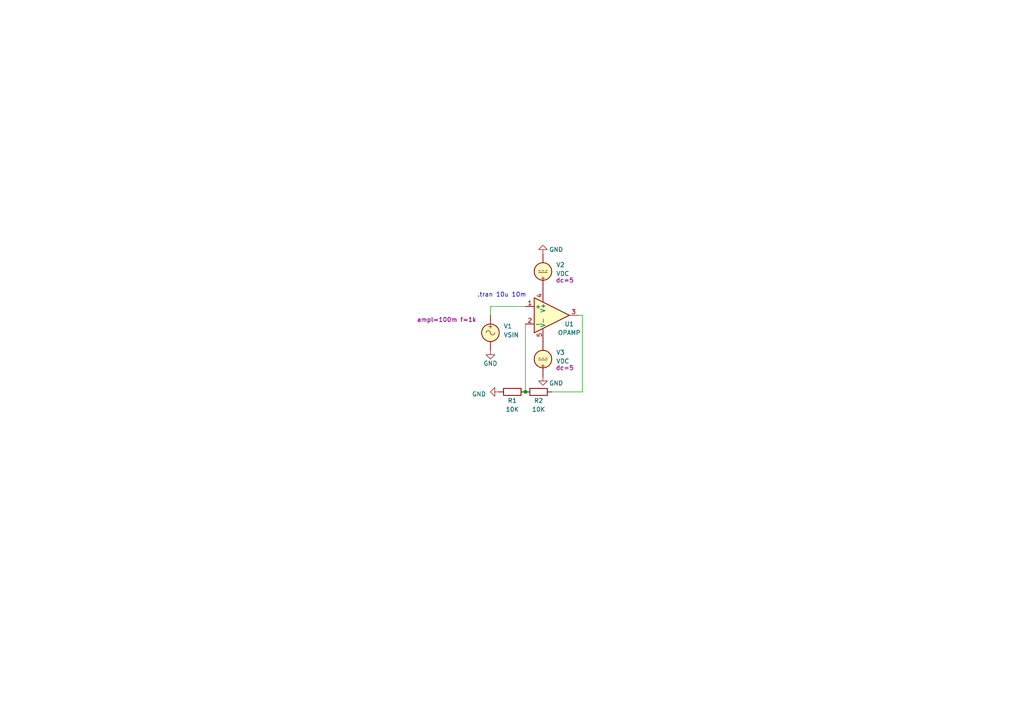
<source format=kicad_sch>
(kicad_sch (version 20220331) (generator eeschema)
  (paper "A4")
  (lib_symbols
    (symbol "Device:R" (pin_numbers hide) (pin_names (offset 0))
      (property "Reference" "R" (at 2.032 0 90))
      (property "Value" "R" (at 0 0 90))
      (symbol "R_0_1"
        (rectangle (start -1.016 -2.54) (end 1.016 2.54) (stroke (width 0.254)))
      )
      (symbol "R_1_1"
        (pin passive line (at 0 3.81 270) (length 1.27) (name "~") (number "1"))
        (pin passive line (at 0 -3.81 90) (length 1.27) (name "~") (number "2"))
      )
    )
    (symbol "Simulation_SPICE:OPAMP" (pin_names (offset 0.254))
      (property "Reference" "U" (at 3.81 3.175 0))
      (property "Value" "OPAMP" (at 3.81 -3.175 0))
      (symbol "OPAMP_0_1"
        (polyline (pts (xy 5.08 0) (xy -5.08 5.08) (xy -5.08 -5.08) (xy 5.08 0)) (stroke (width 0.254)) (fill (type background)))
      )
      (symbol "OPAMP_1_1"
        (pin input line (at -7.62 2.54 0) (length 2.54) (name "+") (number "1"))
        (pin input line (at -7.62 -2.54 0) (length 2.54) (name "-") (number "2"))
        (pin output line (at 7.62 0 180) (length 2.54) (name "~") (number "3"))
        (pin power_in line (at -2.54 7.62 270) (length 3.81) (name "V+") (number "4"))
        (pin power_in line (at -2.54 -7.62 90) (length 3.81) (name "V-") (number "5"))
      )
    )
    (symbol "Simulation_SPICE:VDC" (pin_numbers hide) (pin_names (offset 0.0254))
      (property "Reference" "V" (at 2.54 2.54 0))
      (property "Value" "VDC" (at 2.54 0 0))
      (property "Spice_Model" "dc(1)" (at 2.54 -2.54 0))
      (symbol "VDC_0_0"
        (polyline (pts (xy -1.27 0.254) (xy 1.27 0.254)))
        (polyline (pts (xy -0.762 -0.254) (xy -1.27 -0.254)))
        (polyline (pts (xy 0.254 -0.254) (xy -0.254 -0.254)))
        (polyline (pts (xy 1.27 -0.254) (xy 0.762 -0.254)))
        (text "+" (at 0 1.905 0) (effects (font (size 1.27 1.27))))
      )
      (symbol "VDC_0_1"
        (circle (center 0 0) (radius 2.54) (stroke (width 0.254)) (fill (type background)))
      )
      (symbol "VDC_1_1"
        (pin passive line (at 0 5.08 270) (length 2.54) (name "~") (number "1"))
        (pin passive line (at 0 -5.08 90) (length 2.54) (name "~") (number "2"))
      )
    )
    (symbol "Simulation_SPICE:VSIN" (pin_numbers hide) (pin_names (offset 0.0254))
      (property "Reference" "V" (at 2.54 2.54 0))
      (property "Value" "VSIN" (at 2.54 0 0))
      (property "Spice_Model" "sin(0 1 1k)" (at 2.54 -2.54 0))
      (symbol "VSIN_0_0"
        (arc (start 0 0) (mid -0.635 0.635) (end -1.27 0))
        (arc (start 0 0) (mid 0.635 -0.635) (end 1.27 0))
        (text "+" (at 0 1.905 0) (effects (font (size 1.27 1.27))))
      )
      (symbol "VSIN_0_1"
        (circle (center 0 0) (radius 2.54) (stroke (width 0.254)) (fill (type background)))
      )
      (symbol "VSIN_1_1"
        (pin passive line (at 0 5.08 270) (length 2.54) (name "~") (number "1"))
        (pin passive line (at 0 -5.08 90) (length 2.54) (name "~") (number "2"))
      )
    )
    (symbol "power:GND" (power) (pin_names (offset 0))
      (property "Value" "GND" (at 0 -3.81 0))
      (symbol "GND_0_1"
        (polyline (pts (xy 0 0) (xy 0 -1.27) (xy 1.27 -1.27) (xy 0 -2.54) (xy -1.27 -1.27) (xy 0 -1.27)))
      )
      (symbol "GND_1_1"
        (pin power_in line (at 0 0 270) (length 0) hide (name "GND") (number "1"))
      )
    )
  )
  (junction (at 152.4 113.665))
  (wire (pts (xy 142.24 88.9) (xy 152.4 88.9)))
  (wire (pts (xy 168.91 91.44) (xy 168.91 113.665)))
  (wire (pts (xy 152.4 93.98) (xy 152.4 113.665)))
  (wire (pts (xy 168.91 113.665) (xy 160.02 113.665)))
  (wire (pts (xy 142.24 91.44) (xy 142.24 88.9)))
  (wire (pts (xy 167.64 91.44) (xy 168.91 91.44)))
  (text ".tran 10u 10m" (at 138.43 86.36 0) (effects (font (size 1.27 1.27)) (justify left bottom)))
  (symbol (lib_id "power:GND") (at 157.48 109.22 0) (unit 1)
    (property "Reference" "#PWR04" (effects hide))
    (property "Value" "GND" (at 161.29 111.125 0))
  )
  (symbol (lib_id "Simulation_SPICE:VSIN") (at 142.24 96.52 0) (unit 1)
    (property "Reference" "V1" (at 146.05 94.615 0) (effects (justify left)))
    (property "Value" "VSIN" (at 146.05 97.155 0) (effects (justify left)))
    (property "Model_Device" "V" (effects hide))
    (property "Model_Type" "SIN" (effects hide))
    (property "Model_Pins" "1 2" (effects hide))
    (property "Model_Params" "ampl=100m f=1k" (at 129.54 92.71 0))
  )
  (symbol (lib_id "Device:R") (at 156.21 113.665 90) (unit 1)
    (property "Reference" "R2" (at 156.21 116.205 90))
    (property "Value" "10K" (at 156.21 118.745 90))
  )
  (symbol (lib_id "Simulation_SPICE:VDC") (at 157.48 78.74 180) (unit 1)
    (property "Reference" "V2" (at 161.29 76.835 0) (effects (justify right)))
    (property "Value" "VDC" (at 161.29 79.375 0) (effects (justify right)))
    (property "Model_Device" "V" (effects hide))
    (property "Model_Type" "DC" (effects hide))
    (property "Model_Pins" "1 2" (effects hide))
    (property "Model_Params" "dc=5" (at 163.83 81.28 0))
  )
  (symbol (lib_id "Simulation_SPICE:OPAMP") (at 160.02 91.44 0) (unit 1)
    (property "Reference" "U1" (at 165.1 93.98 0))
    (property "Value" "OPAMP" (at 165.1 96.52 0))
    (property "Model_Name" "uopamp_lvl2" (effects hide))
    (property "Model_Library" "opamp.lib" (effects hide))
    (property "Model_Device" "SUBCKT" (effects hide))
    (property "Model_Pins" "1 2 4 5 3" (effects hide))
  )
  (symbol (lib_id "power:GND") (at 144.78 113.665 270) (unit 1)
    (property "Reference" "#PWR02" (effects hide))
    (property "Value" "GND" (at 140.97 114.3 90) (effects (justify right)))
  )
  (symbol (lib_id "power:GND") (at 157.48 73.66 180) (unit 1)
    (property "Reference" "#PWR03" (effects hide))
    (property "Value" "GND" (at 161.29 72.39 0))
  )
  (symbol (lib_id "power:GND") (at 142.24 101.6 0) (unit 1)
    (property "Reference" "#PWR01" (effects hide))
    (property "Value" "GND" (at 142.24 105.41 0))
  )
  (symbol (lib_id "Simulation_SPICE:VDC") (at 157.48 104.14 180) (unit 1)
    (property "Reference" "V3" (at 161.29 102.235 0) (effects (justify right)))
    (property "Value" "VDC" (at 161.29 104.775 0) (effects (justify right)))
    (property "Model_Device" "V" (effects hide))
    (property "Model_Type" "DC" (effects hide))
    (property "Model_Pins" "1 2" (effects hide))
    (property "Model_Params" "dc=5" (at 163.83 106.68 0))
  )
  (symbol (lib_id "Device:R") (at 148.59 113.665 90) (unit 1)
    (property "Reference" "R1" (at 148.59 116.205 90))
    (property "Value" "10K" (at 148.59 118.745 90))
  )
)
</source>
